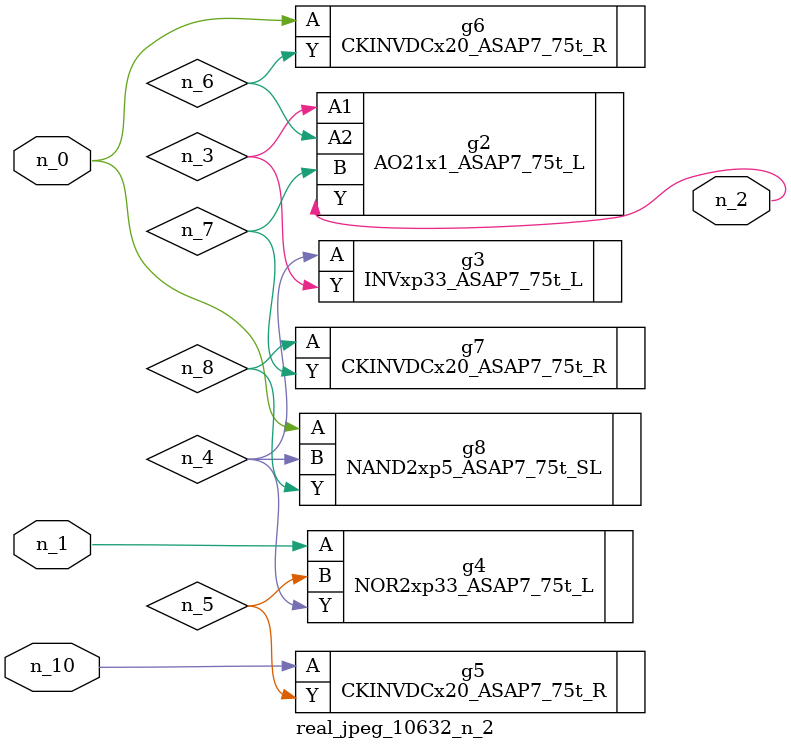
<source format=v>
module real_jpeg_10632_n_2 (n_1, n_10, n_0, n_2);

input n_1;
input n_10;
input n_0;

output n_2;

wire n_5;
wire n_4;
wire n_8;
wire n_6;
wire n_7;
wire n_3;

CKINVDCx20_ASAP7_75t_R g6 ( 
.A(n_0),
.Y(n_6)
);

NAND2xp5_ASAP7_75t_SL g8 ( 
.A(n_0),
.B(n_4),
.Y(n_8)
);

NOR2xp33_ASAP7_75t_L g4 ( 
.A(n_1),
.B(n_5),
.Y(n_4)
);

AO21x1_ASAP7_75t_L g2 ( 
.A1(n_3),
.A2(n_6),
.B(n_7),
.Y(n_2)
);

INVxp33_ASAP7_75t_L g3 ( 
.A(n_4),
.Y(n_3)
);

CKINVDCx20_ASAP7_75t_R g7 ( 
.A(n_8),
.Y(n_7)
);

CKINVDCx20_ASAP7_75t_R g5 ( 
.A(n_10),
.Y(n_5)
);


endmodule
</source>
